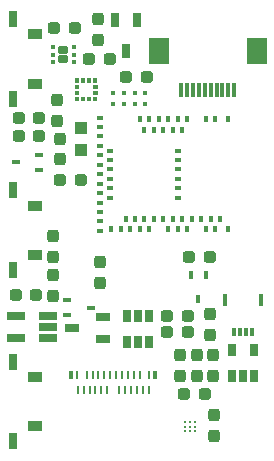
<source format=gbr>
%TF.GenerationSoftware,KiCad,Pcbnew,(5.99.0-8775-g06a515339c)*%
%TF.CreationDate,2021-03-27T13:48:37-04:00*%
%TF.ProjectId,mk2,6d6b322e-6b69-4636-9164-5f7063625858,rev?*%
%TF.SameCoordinates,Original*%
%TF.FileFunction,Paste,Top*%
%TF.FilePolarity,Positive*%
%FSLAX46Y46*%
G04 Gerber Fmt 4.6, Leading zero omitted, Abs format (unit mm)*
G04 Created by KiCad (PCBNEW (5.99.0-8775-g06a515339c)) date 2021-03-27 13:48:37*
%MOMM*%
%LPD*%
G01*
G04 APERTURE LIST*
G04 Aperture macros list*
%AMRoundRect*
0 Rectangle with rounded corners*
0 $1 Rounding radius*
0 $2 $3 $4 $5 $6 $7 $8 $9 X,Y pos of 4 corners*
0 Add a 4 corners polygon primitive as box body*
4,1,4,$2,$3,$4,$5,$6,$7,$8,$9,$2,$3,0*
0 Add four circle primitives for the rounded corners*
1,1,$1+$1,$2,$3*
1,1,$1+$1,$4,$5*
1,1,$1+$1,$6,$7*
1,1,$1+$1,$8,$9*
0 Add four rect primitives between the rounded corners*
20,1,$1+$1,$2,$3,$4,$5,0*
20,1,$1+$1,$4,$5,$6,$7,0*
20,1,$1+$1,$6,$7,$8,$9,0*
20,1,$1+$1,$8,$9,$2,$3,0*%
G04 Aperture macros list end*
%ADD10C,0.010000*%
%ADD11R,0.250000X0.750000*%
%ADD12R,0.300000X0.750000*%
%ADD13RoundRect,0.237500X0.287500X0.237500X-0.287500X0.237500X-0.287500X-0.237500X0.287500X-0.237500X0*%
%ADD14RoundRect,0.237500X-0.237500X0.287500X-0.237500X-0.287500X0.237500X-0.287500X0.237500X0.287500X0*%
%ADD15C,0.229500*%
%ADD16RoundRect,0.237500X0.237500X-0.287500X0.237500X0.287500X-0.237500X0.287500X-0.237500X-0.287500X0*%
%ADD17R,0.400000X0.600000*%
%ADD18R,0.600000X0.400000*%
%ADD19R,0.650000X1.060000*%
%ADD20R,1.220000X0.650000*%
%ADD21R,0.700000X0.450000*%
%ADD22R,0.650000X1.220000*%
%ADD23R,1.270000X0.900000*%
%ADD24R,0.800000X1.450000*%
%ADD25R,0.300000X1.300000*%
%ADD26R,1.800000X2.200000*%
%ADD27R,0.300000X0.700000*%
%ADD28R,0.300000X1.000000*%
%ADD29RoundRect,0.237500X-0.287500X-0.237500X0.287500X-0.237500X0.287500X0.237500X-0.287500X0.237500X0*%
%ADD30R,0.400000X0.420000*%
%ADD31R,0.450000X0.700000*%
%ADD32RoundRect,0.172500X0.262500X0.172500X-0.262500X0.172500X-0.262500X-0.172500X0.262500X-0.172500X0*%
%ADD33RoundRect,0.093750X0.093750X0.106250X-0.093750X0.106250X-0.093750X-0.106250X0.093750X-0.106250X0*%
%ADD34R,1.100000X1.050000*%
%ADD35R,1.560000X0.650000*%
G04 APERTURE END LIST*
D10*
%TO.C,U4*%
X18802000Y-20229000D02*
X18802000Y-19929000D01*
X18802000Y-19929000D02*
X19052000Y-19929000D01*
X19052000Y-19929000D02*
X19052000Y-20229000D01*
X19052000Y-20229000D02*
X18802000Y-20229000D01*
G36*
X19052000Y-20229000D02*
G01*
X18802000Y-20229000D01*
X18802000Y-19929000D01*
X19052000Y-19929000D01*
X19052000Y-20229000D01*
G37*
X19052000Y-20229000D02*
X18802000Y-20229000D01*
X18802000Y-19929000D01*
X19052000Y-19929000D01*
X19052000Y-20229000D01*
X18302000Y-18679000D02*
X18302000Y-18379000D01*
X18302000Y-18379000D02*
X18552000Y-18379000D01*
X18552000Y-18379000D02*
X18552000Y-18679000D01*
X18552000Y-18679000D02*
X18302000Y-18679000D01*
G36*
X18552000Y-18679000D02*
G01*
X18302000Y-18679000D01*
X18302000Y-18379000D01*
X18552000Y-18379000D01*
X18552000Y-18679000D01*
G37*
X18552000Y-18679000D02*
X18302000Y-18679000D01*
X18302000Y-18379000D01*
X18552000Y-18379000D01*
X18552000Y-18679000D01*
X18802000Y-18679000D02*
X18802000Y-18379000D01*
X18802000Y-18379000D02*
X19052000Y-18379000D01*
X19052000Y-18379000D02*
X19052000Y-18679000D01*
X19052000Y-18679000D02*
X18802000Y-18679000D01*
G36*
X19052000Y-18679000D02*
G01*
X18802000Y-18679000D01*
X18802000Y-18379000D01*
X19052000Y-18379000D01*
X19052000Y-18679000D01*
G37*
X19052000Y-18679000D02*
X18802000Y-18679000D01*
X18802000Y-18379000D01*
X19052000Y-18379000D01*
X19052000Y-18679000D01*
X18252000Y-19679000D02*
X18252000Y-19429000D01*
X18252000Y-19429000D02*
X18552000Y-19429000D01*
X18552000Y-19429000D02*
X18552000Y-19679000D01*
X18552000Y-19679000D02*
X18252000Y-19679000D01*
G36*
X18552000Y-19679000D02*
G01*
X18252000Y-19679000D01*
X18252000Y-19429000D01*
X18552000Y-19429000D01*
X18552000Y-19679000D01*
G37*
X18552000Y-19679000D02*
X18252000Y-19679000D01*
X18252000Y-19429000D01*
X18552000Y-19429000D01*
X18552000Y-19679000D01*
X19802000Y-19679000D02*
X19802000Y-19429000D01*
X19802000Y-19429000D02*
X20102000Y-19429000D01*
X20102000Y-19429000D02*
X20102000Y-19679000D01*
X20102000Y-19679000D02*
X19802000Y-19679000D01*
G36*
X20102000Y-19679000D02*
G01*
X19802000Y-19679000D01*
X19802000Y-19429000D01*
X20102000Y-19429000D01*
X20102000Y-19679000D01*
G37*
X20102000Y-19679000D02*
X19802000Y-19679000D01*
X19802000Y-19429000D01*
X20102000Y-19429000D01*
X20102000Y-19679000D01*
X19802000Y-19179000D02*
X19802000Y-18929000D01*
X19802000Y-18929000D02*
X20102000Y-18929000D01*
X20102000Y-18929000D02*
X20102000Y-19179000D01*
X20102000Y-19179000D02*
X19802000Y-19179000D01*
G36*
X20102000Y-19179000D02*
G01*
X19802000Y-19179000D01*
X19802000Y-18929000D01*
X20102000Y-18929000D01*
X20102000Y-19179000D01*
G37*
X20102000Y-19179000D02*
X19802000Y-19179000D01*
X19802000Y-18929000D01*
X20102000Y-18929000D01*
X20102000Y-19179000D01*
X19802000Y-20229000D02*
X19802000Y-19929000D01*
X19802000Y-19929000D02*
X20052000Y-19929000D01*
X20052000Y-19929000D02*
X20052000Y-20229000D01*
X20052000Y-20229000D02*
X19802000Y-20229000D01*
G36*
X20052000Y-20229000D02*
G01*
X19802000Y-20229000D01*
X19802000Y-19929000D01*
X20052000Y-19929000D01*
X20052000Y-20229000D01*
G37*
X20052000Y-20229000D02*
X19802000Y-20229000D01*
X19802000Y-19929000D01*
X20052000Y-19929000D01*
X20052000Y-20229000D01*
X18252000Y-19179000D02*
X18252000Y-18929000D01*
X18252000Y-18929000D02*
X18552000Y-18929000D01*
X18552000Y-18929000D02*
X18552000Y-19179000D01*
X18552000Y-19179000D02*
X18252000Y-19179000D01*
G36*
X18552000Y-19179000D02*
G01*
X18252000Y-19179000D01*
X18252000Y-18929000D01*
X18552000Y-18929000D01*
X18552000Y-19179000D01*
G37*
X18552000Y-19179000D02*
X18252000Y-19179000D01*
X18252000Y-18929000D01*
X18552000Y-18929000D01*
X18552000Y-19179000D01*
X18302000Y-20229000D02*
X18302000Y-19929000D01*
X18302000Y-19929000D02*
X18552000Y-19929000D01*
X18552000Y-19929000D02*
X18552000Y-20229000D01*
X18552000Y-20229000D02*
X18302000Y-20229000D01*
G36*
X18552000Y-20229000D02*
G01*
X18302000Y-20229000D01*
X18302000Y-19929000D01*
X18552000Y-19929000D01*
X18552000Y-20229000D01*
G37*
X18552000Y-20229000D02*
X18302000Y-20229000D01*
X18302000Y-19929000D01*
X18552000Y-19929000D01*
X18552000Y-20229000D01*
X19302000Y-18679000D02*
X19302000Y-18379000D01*
X19302000Y-18379000D02*
X19552000Y-18379000D01*
X19552000Y-18379000D02*
X19552000Y-18679000D01*
X19552000Y-18679000D02*
X19302000Y-18679000D01*
G36*
X19552000Y-18679000D02*
G01*
X19302000Y-18679000D01*
X19302000Y-18379000D01*
X19552000Y-18379000D01*
X19552000Y-18679000D01*
G37*
X19552000Y-18679000D02*
X19302000Y-18679000D01*
X19302000Y-18379000D01*
X19552000Y-18379000D01*
X19552000Y-18679000D01*
X19802000Y-18679000D02*
X19802000Y-18379000D01*
X19802000Y-18379000D02*
X20052000Y-18379000D01*
X20052000Y-18379000D02*
X20052000Y-18679000D01*
X20052000Y-18679000D02*
X19802000Y-18679000D01*
G36*
X20052000Y-18679000D02*
G01*
X19802000Y-18679000D01*
X19802000Y-18379000D01*
X20052000Y-18379000D01*
X20052000Y-18679000D01*
G37*
X20052000Y-18679000D02*
X19802000Y-18679000D01*
X19802000Y-18379000D01*
X20052000Y-18379000D01*
X20052000Y-18679000D01*
X19302000Y-20229000D02*
X19302000Y-19929000D01*
X19302000Y-19929000D02*
X19552000Y-19929000D01*
X19552000Y-19929000D02*
X19552000Y-20229000D01*
X19552000Y-20229000D02*
X19302000Y-20229000D01*
G36*
X19552000Y-20229000D02*
G01*
X19302000Y-20229000D01*
X19302000Y-19929000D01*
X19552000Y-19929000D01*
X19552000Y-20229000D01*
G37*
X19552000Y-20229000D02*
X19302000Y-20229000D01*
X19302000Y-19929000D01*
X19552000Y-19929000D01*
X19552000Y-20229000D01*
%TD*%
D11*
%TO.C,J2*%
X18500000Y-44775000D03*
X19000000Y-44775000D03*
X19500000Y-44775000D03*
X20000000Y-44775000D03*
X20500000Y-44775000D03*
X21000000Y-44775000D03*
X22000000Y-44775000D03*
X22500000Y-44775000D03*
X23000000Y-44775000D03*
X23500000Y-44775000D03*
X24000000Y-44775000D03*
X24500000Y-44775000D03*
X24550000Y-43525000D03*
X23750000Y-43525000D03*
X23250000Y-43525000D03*
X22750000Y-43525000D03*
X22250000Y-43525000D03*
X21750000Y-43525000D03*
X21250000Y-43525000D03*
X20750000Y-43525000D03*
X20250000Y-43525000D03*
X19750000Y-43525000D03*
X19250000Y-43525000D03*
X18450000Y-43525000D03*
D12*
X25050000Y-43525000D03*
X17950000Y-43525000D03*
%TD*%
D13*
%TO.C,R4*%
X27799000Y-39878000D03*
X26049000Y-39878000D03*
%TD*%
%TO.C,R13*%
X29704000Y-33528000D03*
X27954000Y-33528000D03*
%TD*%
D14*
%TO.C,R14*%
X29718000Y-38368000D03*
X29718000Y-40118000D03*
%TD*%
D15*
%TO.C,U6*%
X27600000Y-47477000D03*
X28000000Y-47477000D03*
X28400000Y-47477000D03*
X27600000Y-47877000D03*
X28000000Y-47877000D03*
X28400000Y-47877000D03*
X27600000Y-48277000D03*
X28000000Y-48277000D03*
X28400000Y-48277000D03*
%TD*%
D16*
%TO.C,C4*%
X16383000Y-36816000D03*
X16383000Y-35066000D03*
%TD*%
D13*
%TO.C,C9*%
X24370000Y-18288000D03*
X22620000Y-18288000D03*
%TD*%
D16*
%TO.C,C8*%
X20193000Y-15099000D03*
X20193000Y-13349000D03*
%TD*%
D13*
%TO.C,R15*%
X15250000Y-23250000D03*
X13500000Y-23250000D03*
%TD*%
D17*
%TO.C,IC1*%
X31250000Y-21850000D03*
X30150000Y-21850000D03*
X29350000Y-21850000D03*
X27750000Y-21850000D03*
X27350000Y-22750000D03*
X26950000Y-21850000D03*
X26550000Y-22750000D03*
X26150000Y-21850000D03*
X25750000Y-22750000D03*
X25350000Y-21850000D03*
X24950000Y-22750000D03*
X24550000Y-21850000D03*
X24150000Y-22750000D03*
X23750000Y-21850000D03*
D18*
X20350000Y-21700000D03*
X20350000Y-22500000D03*
X20350000Y-23300000D03*
X20350000Y-24100000D03*
X21250000Y-24500000D03*
X20350000Y-24900000D03*
X21250000Y-25300000D03*
X20350000Y-25700000D03*
X21250000Y-26100000D03*
X20350000Y-26500000D03*
X21250000Y-26900000D03*
X20350000Y-27300000D03*
X21250000Y-27700000D03*
X20350000Y-28100000D03*
X21250000Y-28500000D03*
X20350000Y-28900000D03*
X20350000Y-29700000D03*
X20350000Y-30500000D03*
X20350000Y-31300000D03*
D17*
X21350000Y-31150000D03*
X22150000Y-31150000D03*
X22550000Y-30250000D03*
X22950000Y-31150000D03*
X23350000Y-30250000D03*
X23750000Y-31150000D03*
X24150000Y-30250000D03*
X24550000Y-31150000D03*
X24950000Y-30250000D03*
X25750000Y-30250000D03*
X26150000Y-31150000D03*
X26550000Y-30250000D03*
X26950000Y-31150000D03*
X27350000Y-30250000D03*
X27750000Y-31150000D03*
X28150000Y-30250000D03*
X28950000Y-30250000D03*
X29350000Y-31150000D03*
X29750000Y-30250000D03*
X30150000Y-31150000D03*
X30550000Y-30250000D03*
X31250000Y-31150000D03*
D18*
X26950000Y-24500000D03*
X26950000Y-25300000D03*
X26950000Y-26100000D03*
X26950000Y-26900000D03*
X26950000Y-27700000D03*
X26950000Y-28500000D03*
%TD*%
D19*
%TO.C,U3*%
X31550000Y-43600000D03*
X32500000Y-43600000D03*
X33450000Y-43600000D03*
X33450000Y-41400000D03*
X31550000Y-41400000D03*
%TD*%
D16*
%TO.C,C10*%
X30000000Y-48627000D03*
X30000000Y-46877000D03*
%TD*%
D20*
%TO.C,D1*%
X20620000Y-40450000D03*
X20620000Y-38550000D03*
X18000000Y-39500000D03*
%TD*%
D21*
%TO.C,Q4*%
X15250000Y-26150000D03*
X15250000Y-24850000D03*
X13250000Y-25500000D03*
%TD*%
D13*
%TO.C,C20*%
X29250000Y-45127000D03*
X27500000Y-45127000D03*
%TD*%
D19*
%TO.C,U5*%
X24572000Y-38524000D03*
X23622000Y-38524000D03*
X22672000Y-38524000D03*
X22672000Y-40724000D03*
X23622000Y-40724000D03*
X24572000Y-40724000D03*
%TD*%
D22*
%TO.C,D2*%
X23556000Y-13422000D03*
X21656000Y-13422000D03*
X22606000Y-16042000D03*
%TD*%
D23*
%TO.C,SW2*%
X14885000Y-14650000D03*
X14885000Y-18850000D03*
D24*
X13000000Y-13375000D03*
X13000000Y-20125000D03*
%TD*%
D25*
%TO.C,J1*%
X31750000Y-19350000D03*
X31250000Y-19350000D03*
X30750000Y-19350000D03*
X30250000Y-19350000D03*
X29750000Y-19350000D03*
X29250000Y-19350000D03*
X28750000Y-19350000D03*
X28250000Y-19350000D03*
X27750000Y-19350000D03*
X27250000Y-19350000D03*
D26*
X25350000Y-16100000D03*
X33650000Y-16100000D03*
%TD*%
D14*
%TO.C,R9*%
X29972000Y-41797000D03*
X29972000Y-43547000D03*
%TD*%
D27*
%TO.C,J4*%
X33250000Y-39825000D03*
X32750000Y-39825000D03*
X32250000Y-39825000D03*
X31750000Y-39825000D03*
D28*
X34040000Y-37175000D03*
X30960000Y-37175000D03*
%TD*%
D14*
%TO.C,C2*%
X17000000Y-23500000D03*
X17000000Y-25250000D03*
%TD*%
D29*
%TO.C,C5*%
X19445000Y-16764000D03*
X21195000Y-16764000D03*
%TD*%
D30*
%TO.C,IC2*%
X24210000Y-19616000D03*
X23310000Y-19616000D03*
X22410000Y-19616000D03*
X21510000Y-19616000D03*
X21510000Y-20516000D03*
X22410000Y-20516000D03*
X23310000Y-20516000D03*
X24210000Y-20516000D03*
%TD*%
D14*
%TO.C,R2*%
X20400000Y-33925000D03*
X20400000Y-35675000D03*
%TD*%
D23*
%TO.C,SW4*%
X14885000Y-43650000D03*
X14885000Y-47850000D03*
D24*
X13000000Y-42375000D03*
X13000000Y-49125000D03*
%TD*%
D13*
%TO.C,C6*%
X18274000Y-14097000D03*
X16524000Y-14097000D03*
%TD*%
D31*
%TO.C,Q3*%
X29352000Y-35068000D03*
X28052000Y-35068000D03*
X28702000Y-37068000D03*
%TD*%
D32*
%TO.C,U1*%
X17253000Y-15983000D03*
X17253000Y-16783000D03*
D33*
X18140500Y-17033000D03*
X18140500Y-16383000D03*
X18140500Y-15733000D03*
X16365500Y-15733000D03*
X16365500Y-16383000D03*
X16365500Y-17033000D03*
%TD*%
D34*
%TO.C,Y1*%
X18750000Y-24425000D03*
X18750000Y-22575000D03*
%TD*%
D14*
%TO.C,C7*%
X16383000Y-31764000D03*
X16383000Y-33514000D03*
%TD*%
D21*
%TO.C,Q1*%
X17600000Y-37150000D03*
X17600000Y-38450000D03*
X19600000Y-37800000D03*
%TD*%
D13*
%TO.C,R3*%
X27799000Y-38481000D03*
X26049000Y-38481000D03*
%TD*%
D16*
%TO.C,R11*%
X27178000Y-43547000D03*
X27178000Y-41797000D03*
%TD*%
D13*
%TO.C,R16*%
X15250000Y-21750000D03*
X13500000Y-21750000D03*
%TD*%
%TO.C,C3*%
X18750000Y-27000000D03*
X17000000Y-27000000D03*
%TD*%
D23*
%TO.C,SW1*%
X14885000Y-29150000D03*
X14885000Y-33350000D03*
D24*
X13000000Y-27875000D03*
X13000000Y-34625000D03*
%TD*%
D16*
%TO.C,R12*%
X28575000Y-43547000D03*
X28575000Y-41797000D03*
%TD*%
D35*
%TO.C,U2*%
X15950000Y-40400000D03*
X15950000Y-39450000D03*
X15950000Y-38500000D03*
X13250000Y-38500000D03*
X13250000Y-40400000D03*
%TD*%
D29*
%TO.C,L1*%
X13250000Y-36750000D03*
X15000000Y-36750000D03*
%TD*%
D14*
%TO.C,C1*%
X16750000Y-20250000D03*
X16750000Y-22000000D03*
%TD*%
M02*

</source>
